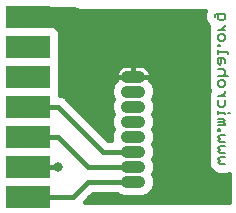
<source format=gbl>
G75*
%MOIN*%
%OFA0B0*%
%FSLAX25Y25*%
%IPPOS*%
%LPD*%
%AMOC8*
5,1,8,0,0,1.08239X$1,22.5*
%
%ADD10C,0.00600*%
%ADD11R,0.15000X0.07600*%
%ADD12C,0.04159*%
%ADD13C,0.01600*%
%ADD14C,0.03175*%
%ADD15C,0.07000*%
D10*
X0083800Y0018167D02*
X0084367Y0018734D01*
X0083800Y0019301D01*
X0084367Y0019869D01*
X0086069Y0019869D01*
X0086069Y0021283D02*
X0084367Y0021283D01*
X0083800Y0021850D01*
X0084367Y0022417D01*
X0083800Y0022985D01*
X0084367Y0023552D01*
X0086069Y0023552D01*
X0086069Y0024966D02*
X0084367Y0024966D01*
X0083800Y0025533D01*
X0084367Y0026101D01*
X0083800Y0026668D01*
X0084367Y0027235D01*
X0086069Y0027235D01*
X0084367Y0028649D02*
X0083800Y0028649D01*
X0083800Y0029217D01*
X0084367Y0029217D01*
X0084367Y0028649D01*
X0083800Y0030491D02*
X0086069Y0030491D01*
X0086069Y0031058D01*
X0085501Y0031625D01*
X0086069Y0032192D01*
X0085501Y0032760D01*
X0083800Y0032760D01*
X0083800Y0031625D02*
X0085501Y0031625D01*
X0086069Y0034174D02*
X0086069Y0034741D01*
X0083800Y0034741D01*
X0083800Y0034174D02*
X0083800Y0035308D01*
X0084367Y0036630D02*
X0083800Y0037197D01*
X0083800Y0038898D01*
X0083800Y0040313D02*
X0086069Y0040313D01*
X0086069Y0041447D02*
X0084934Y0040313D01*
X0086069Y0041447D02*
X0086069Y0042014D01*
X0085501Y0043382D02*
X0084367Y0043382D01*
X0083800Y0043949D01*
X0083800Y0045083D01*
X0084367Y0045651D01*
X0085501Y0045651D01*
X0086069Y0045083D01*
X0086069Y0043949D01*
X0085501Y0043382D01*
X0085501Y0047065D02*
X0086069Y0047632D01*
X0086069Y0048767D01*
X0085501Y0049334D01*
X0083800Y0049334D01*
X0084367Y0050748D02*
X0084934Y0051315D01*
X0084934Y0053017D01*
X0085501Y0053017D02*
X0086069Y0052450D01*
X0086069Y0051315D01*
X0084367Y0050748D02*
X0083800Y0051315D01*
X0083800Y0053017D01*
X0085501Y0053017D01*
X0083800Y0054431D02*
X0083800Y0055566D01*
X0083800Y0054999D02*
X0087203Y0054999D01*
X0087203Y0054431D01*
X0084367Y0056887D02*
X0083800Y0056887D01*
X0083800Y0057454D01*
X0084367Y0057454D01*
X0084367Y0056887D01*
X0084367Y0058728D02*
X0083800Y0059296D01*
X0083800Y0060430D01*
X0084367Y0060997D01*
X0085501Y0060997D01*
X0086069Y0060430D01*
X0086069Y0059296D01*
X0085501Y0058728D01*
X0084367Y0058728D01*
X0083800Y0062412D02*
X0086069Y0062412D01*
X0086069Y0063546D02*
X0086069Y0064113D01*
X0086069Y0063546D02*
X0084934Y0062412D01*
X0084367Y0065481D02*
X0083800Y0066048D01*
X0083800Y0067749D01*
X0083233Y0067749D02*
X0086069Y0067749D01*
X0086069Y0066048D01*
X0085501Y0065481D01*
X0084367Y0065481D01*
X0082666Y0066615D02*
X0082666Y0067182D01*
X0083233Y0067749D01*
X0083800Y0047065D02*
X0087203Y0047065D01*
X0086069Y0038898D02*
X0086069Y0037197D01*
X0085501Y0036630D01*
X0084367Y0036630D01*
X0087203Y0034741D02*
X0087770Y0034741D01*
X0083800Y0018167D02*
X0084367Y0017600D01*
X0086069Y0017600D01*
D11*
X0020500Y0006800D03*
X0020500Y0016800D03*
X0020500Y0026800D03*
X0020500Y0036800D03*
X0020500Y0046800D03*
X0020500Y0056800D03*
X0020500Y0066800D03*
D12*
X0053420Y0046800D02*
X0057580Y0046800D01*
X0057580Y0041800D02*
X0053420Y0041800D01*
X0053420Y0036800D02*
X0057580Y0036800D01*
X0057580Y0031800D02*
X0053420Y0031800D01*
X0053420Y0026800D02*
X0057580Y0026800D01*
X0057580Y0021800D02*
X0053420Y0021800D01*
X0053420Y0016800D02*
X0057580Y0016800D01*
X0057580Y0011800D02*
X0053420Y0011800D01*
D13*
X0055500Y0011800D02*
X0040500Y0011800D01*
X0035500Y0006800D01*
X0020500Y0006800D01*
X0020500Y0016800D02*
X0030500Y0016800D01*
X0040500Y0016800D02*
X0030500Y0026800D01*
X0020500Y0026800D01*
X0020500Y0036800D02*
X0030500Y0036800D01*
X0045500Y0021800D01*
X0055500Y0021800D01*
X0062259Y0019300D02*
X0062859Y0020750D01*
X0062859Y0022850D01*
X0062259Y0024300D01*
X0062859Y0025750D01*
X0062859Y0027850D01*
X0062259Y0029300D01*
X0062859Y0030750D01*
X0062859Y0032850D01*
X0062259Y0034300D01*
X0062859Y0035750D01*
X0062859Y0037850D01*
X0062259Y0039300D01*
X0062859Y0040750D01*
X0062859Y0042850D01*
X0062055Y0044791D01*
X0061271Y0045575D01*
X0061310Y0045668D01*
X0061459Y0046418D01*
X0061459Y0046800D01*
X0061459Y0047182D01*
X0061310Y0047932D01*
X0061018Y0048638D01*
X0060593Y0049273D01*
X0060053Y0049813D01*
X0059417Y0050238D01*
X0058711Y0050530D01*
X0057962Y0050680D01*
X0055500Y0050680D01*
X0053038Y0050680D01*
X0052289Y0050530D01*
X0051583Y0050238D01*
X0050947Y0049813D01*
X0050407Y0049273D01*
X0049982Y0048638D01*
X0049690Y0047932D01*
X0049541Y0047182D01*
X0049541Y0046800D01*
X0051696Y0046800D01*
X0051695Y0046800D01*
X0049541Y0046800D01*
X0049541Y0046418D01*
X0049690Y0045668D01*
X0049729Y0045575D01*
X0048945Y0044791D01*
X0048141Y0042850D01*
X0048141Y0040750D01*
X0048741Y0039300D01*
X0048141Y0037850D01*
X0048141Y0035750D01*
X0048741Y0034300D01*
X0048141Y0032850D01*
X0048141Y0030750D01*
X0048741Y0029300D01*
X0048141Y0027850D01*
X0048141Y0025800D01*
X0047157Y0025800D01*
X0033891Y0039066D01*
X0032766Y0040191D01*
X0031296Y0040800D01*
X0031200Y0040800D01*
X0031200Y0041237D01*
X0030967Y0041800D01*
X0031200Y0042363D01*
X0031200Y0051237D01*
X0030967Y0051800D01*
X0031200Y0052363D01*
X0031200Y0061237D01*
X0030713Y0062413D01*
X0029813Y0063313D01*
X0029800Y0063318D01*
X0029800Y0066000D01*
X0021300Y0066000D01*
X0021300Y0067600D01*
X0029800Y0067600D01*
X0029800Y0068600D01*
X0079465Y0068600D01*
X0079166Y0067878D01*
X0079166Y0065919D01*
X0079699Y0064633D01*
X0080570Y0063761D01*
X0080300Y0063108D01*
X0080300Y0061715D01*
X0080422Y0061421D01*
X0080300Y0061126D01*
X0080300Y0058599D01*
X0080393Y0058375D01*
X0080300Y0058150D01*
X0080300Y0053735D01*
X0080305Y0053724D01*
X0080300Y0053713D01*
X0080300Y0050619D01*
X0080422Y0050325D01*
X0080300Y0050030D01*
X0080300Y0048638D01*
X0080481Y0048199D01*
X0080300Y0047761D01*
X0080300Y0046369D01*
X0080422Y0046074D01*
X0080300Y0045780D01*
X0080300Y0043253D01*
X0080765Y0042131D01*
X0080300Y0041009D01*
X0080300Y0039617D01*
X0080305Y0039605D01*
X0080300Y0039594D01*
X0080300Y0036501D01*
X0080403Y0036253D01*
X0080300Y0036005D01*
X0080300Y0033478D01*
X0080305Y0033467D01*
X0080300Y0033456D01*
X0080300Y0027953D01*
X0080422Y0027659D01*
X0080300Y0027364D01*
X0080300Y0024837D01*
X0080540Y0024259D01*
X0080300Y0023681D01*
X0080300Y0021154D01*
X0080540Y0020576D01*
X0080300Y0019998D01*
X0080300Y0017471D01*
X0080833Y0016185D01*
X0081817Y0015200D01*
X0082385Y0014633D01*
X0083671Y0014100D01*
X0086765Y0014100D01*
X0087300Y0014322D01*
X0087300Y0005000D01*
X0039357Y0005000D01*
X0042157Y0007800D01*
X0049954Y0007800D01*
X0050430Y0007324D01*
X0052370Y0006520D01*
X0058630Y0006520D01*
X0060570Y0007324D01*
X0062055Y0008809D01*
X0062859Y0010750D01*
X0062859Y0012850D01*
X0062259Y0014300D01*
X0062859Y0015750D01*
X0062859Y0017850D01*
X0062259Y0019300D01*
X0062293Y0019384D02*
X0080300Y0019384D01*
X0080300Y0017785D02*
X0062859Y0017785D01*
X0062859Y0016187D02*
X0080832Y0016187D01*
X0082493Y0014588D02*
X0062378Y0014588D01*
X0062801Y0012990D02*
X0087300Y0012990D01*
X0087300Y0011391D02*
X0062859Y0011391D01*
X0062463Y0009793D02*
X0087300Y0009793D01*
X0087300Y0008194D02*
X0061440Y0008194D01*
X0058811Y0006596D02*
X0087300Y0006596D01*
X0080371Y0020982D02*
X0062859Y0020982D01*
X0062859Y0022581D02*
X0080300Y0022581D01*
X0080506Y0024179D02*
X0062309Y0024179D01*
X0062859Y0025778D02*
X0080300Y0025778D01*
X0080305Y0027376D02*
X0062859Y0027376D01*
X0062393Y0028975D02*
X0080300Y0028975D01*
X0080300Y0030573D02*
X0062786Y0030573D01*
X0062859Y0032172D02*
X0080300Y0032172D01*
X0080300Y0033770D02*
X0062478Y0033770D01*
X0062701Y0035369D02*
X0080300Y0035369D01*
X0080300Y0036967D02*
X0062859Y0036967D01*
X0062563Y0038566D02*
X0080300Y0038566D01*
X0080300Y0040164D02*
X0062616Y0040164D01*
X0062859Y0041763D02*
X0080612Y0041763D01*
X0080300Y0043361D02*
X0062647Y0043361D01*
X0061886Y0044960D02*
X0080300Y0044960D01*
X0080300Y0046558D02*
X0061459Y0046558D01*
X0061459Y0046800D02*
X0059305Y0046800D01*
X0059304Y0046800D01*
X0061459Y0046800D01*
X0061217Y0048157D02*
X0080464Y0048157D01*
X0080300Y0049755D02*
X0060111Y0049755D01*
X0055500Y0049755D02*
X0055500Y0049755D01*
X0055500Y0050680D02*
X0055500Y0047080D01*
X0055500Y0047080D01*
X0055500Y0050680D01*
X0055500Y0048157D02*
X0055500Y0048157D01*
X0050889Y0049755D02*
X0031200Y0049755D01*
X0031200Y0048157D02*
X0049783Y0048157D01*
X0049541Y0046558D02*
X0031200Y0046558D01*
X0031200Y0044960D02*
X0049114Y0044960D01*
X0048353Y0043361D02*
X0031200Y0043361D01*
X0030982Y0041763D02*
X0048141Y0041763D01*
X0048383Y0040164D02*
X0032793Y0040164D01*
X0034391Y0038566D02*
X0048437Y0038566D01*
X0048141Y0036967D02*
X0035990Y0036967D01*
X0037588Y0035369D02*
X0048299Y0035369D01*
X0048522Y0033770D02*
X0039187Y0033770D01*
X0040785Y0032172D02*
X0048141Y0032172D01*
X0048214Y0030573D02*
X0042384Y0030573D01*
X0043982Y0028975D02*
X0048607Y0028975D01*
X0048141Y0027376D02*
X0045581Y0027376D01*
X0040500Y0016800D02*
X0055500Y0016800D01*
X0052189Y0006596D02*
X0040952Y0006596D01*
X0031151Y0051354D02*
X0080300Y0051354D01*
X0080300Y0052952D02*
X0031200Y0052952D01*
X0031200Y0054551D02*
X0080300Y0054551D01*
X0080300Y0056149D02*
X0031200Y0056149D01*
X0031200Y0057748D02*
X0080300Y0057748D01*
X0080300Y0059346D02*
X0031200Y0059346D01*
X0031200Y0060945D02*
X0080300Y0060945D01*
X0080300Y0062543D02*
X0030582Y0062543D01*
X0029800Y0064142D02*
X0080189Y0064142D01*
X0079240Y0065740D02*
X0029800Y0065740D01*
X0021300Y0067339D02*
X0079166Y0067339D01*
D14*
X0058000Y0067300D03*
X0058000Y0063800D03*
X0045500Y0054300D03*
X0030500Y0016800D03*
D15*
X0035500Y0066800D02*
X0020500Y0066800D01*
M02*

</source>
